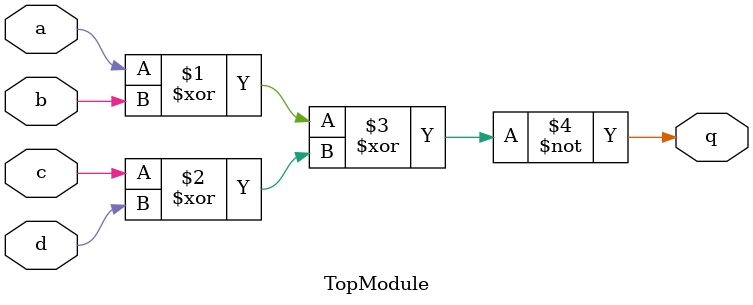
<source format=sv>

module TopModule (
  input a,
  input b,
  input c,
  input d,
  output q
);
  assign q = ~((a ^ b) ^ (c ^ d));
endmodule

</source>
